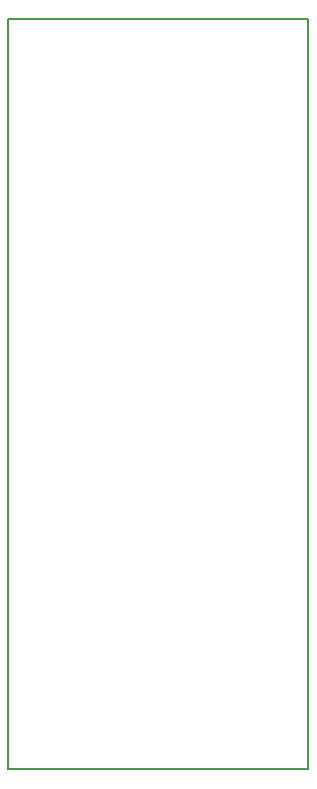
<source format=gko>
G04 DipTrace 3.3.1.3*
G04 REV0_DieselTach_Filter_MSP.gko*
%MOIN*%
G04 #@! TF.FileFunction,Profile*
G04 #@! TF.Part,Single*
%ADD11C,0.005512*%
%FSLAX26Y26*%
G04*
G70*
G90*
G75*
G01*
G04 BoardOutline*
%LPD*%
X393700Y393700D2*
D11*
X1393700D1*
Y2893700D1*
X393700D1*
Y393700D1*
M02*

</source>
